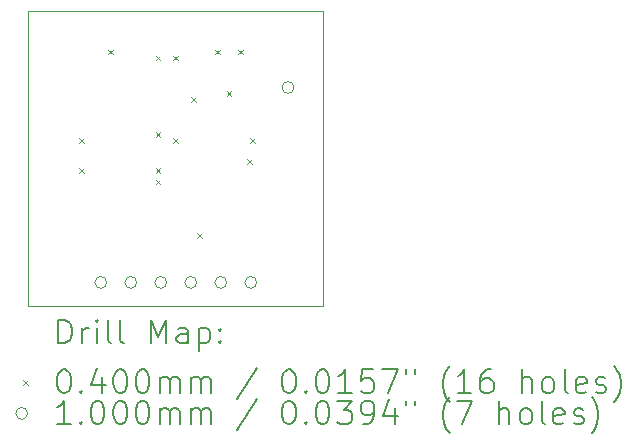
<source format=gbr>
%TF.GenerationSoftware,KiCad,Pcbnew,7.0.5*%
%TF.CreationDate,2023-07-07T17:48:50-05:00*%
%TF.ProjectId,ADS1219,41445331-3231-4392-9e6b-696361645f70,4*%
%TF.SameCoordinates,Original*%
%TF.FileFunction,Drillmap*%
%TF.FilePolarity,Positive*%
%FSLAX45Y45*%
G04 Gerber Fmt 4.5, Leading zero omitted, Abs format (unit mm)*
G04 Created by KiCad (PCBNEW 7.0.5) date 2023-07-07 17:48:50*
%MOMM*%
%LPD*%
G01*
G04 APERTURE LIST*
%ADD10C,0.100000*%
%ADD11C,0.200000*%
%ADD12C,0.040000*%
G04 APERTURE END LIST*
D10*
X15800000Y-7400000D02*
X18300000Y-7400000D01*
X18300000Y-9900000D01*
X15800000Y-9900000D01*
X15800000Y-7400000D01*
D11*
D12*
X16230000Y-8480000D02*
X16270000Y-8520000D01*
X16270000Y-8480000D02*
X16230000Y-8520000D01*
X16230000Y-8730000D02*
X16270000Y-8770000D01*
X16270000Y-8730000D02*
X16230000Y-8770000D01*
X16480000Y-7730000D02*
X16520000Y-7770000D01*
X16520000Y-7730000D02*
X16480000Y-7770000D01*
X16880000Y-7780000D02*
X16920000Y-7820000D01*
X16920000Y-7780000D02*
X16880000Y-7820000D01*
X16880000Y-8430000D02*
X16920000Y-8470000D01*
X16920000Y-8430000D02*
X16880000Y-8470000D01*
X16880000Y-8730000D02*
X16920000Y-8770000D01*
X16920000Y-8730000D02*
X16880000Y-8770000D01*
X16880000Y-8830000D02*
X16920000Y-8870000D01*
X16920000Y-8830000D02*
X16880000Y-8870000D01*
X17030000Y-7780000D02*
X17070000Y-7820000D01*
X17070000Y-7780000D02*
X17030000Y-7820000D01*
X17030000Y-8480000D02*
X17070000Y-8520000D01*
X17070000Y-8480000D02*
X17030000Y-8520000D01*
X17180000Y-8130000D02*
X17220000Y-8170000D01*
X17220000Y-8130000D02*
X17180000Y-8170000D01*
X17230000Y-9280000D02*
X17270000Y-9320000D01*
X17270000Y-9280000D02*
X17230000Y-9320000D01*
X17380000Y-7730000D02*
X17420000Y-7770000D01*
X17420000Y-7730000D02*
X17380000Y-7770000D01*
X17480000Y-8080000D02*
X17520000Y-8120000D01*
X17520000Y-8080000D02*
X17480000Y-8120000D01*
X17580000Y-7730000D02*
X17620000Y-7770000D01*
X17620000Y-7730000D02*
X17580000Y-7770000D01*
X17651800Y-8658200D02*
X17691800Y-8698200D01*
X17691800Y-8658200D02*
X17651800Y-8698200D01*
X17680000Y-8480000D02*
X17720000Y-8520000D01*
X17720000Y-8480000D02*
X17680000Y-8520000D01*
D10*
X16465000Y-9700000D02*
G75*
G03*
X16465000Y-9700000I-50000J0D01*
G01*
X16719000Y-9700000D02*
G75*
G03*
X16719000Y-9700000I-50000J0D01*
G01*
X16973000Y-9700000D02*
G75*
G03*
X16973000Y-9700000I-50000J0D01*
G01*
X17227000Y-9700000D02*
G75*
G03*
X17227000Y-9700000I-50000J0D01*
G01*
X17481000Y-9700000D02*
G75*
G03*
X17481000Y-9700000I-50000J0D01*
G01*
X17735000Y-9700000D02*
G75*
G03*
X17735000Y-9700000I-50000J0D01*
G01*
X18050000Y-8050000D02*
G75*
G03*
X18050000Y-8050000I-50000J0D01*
G01*
D11*
X16055777Y-10216484D02*
X16055777Y-10016484D01*
X16055777Y-10016484D02*
X16103396Y-10016484D01*
X16103396Y-10016484D02*
X16131967Y-10026008D01*
X16131967Y-10026008D02*
X16151015Y-10045055D01*
X16151015Y-10045055D02*
X16160539Y-10064103D01*
X16160539Y-10064103D02*
X16170062Y-10102198D01*
X16170062Y-10102198D02*
X16170062Y-10130770D01*
X16170062Y-10130770D02*
X16160539Y-10168865D01*
X16160539Y-10168865D02*
X16151015Y-10187912D01*
X16151015Y-10187912D02*
X16131967Y-10206960D01*
X16131967Y-10206960D02*
X16103396Y-10216484D01*
X16103396Y-10216484D02*
X16055777Y-10216484D01*
X16255777Y-10216484D02*
X16255777Y-10083150D01*
X16255777Y-10121246D02*
X16265301Y-10102198D01*
X16265301Y-10102198D02*
X16274824Y-10092674D01*
X16274824Y-10092674D02*
X16293872Y-10083150D01*
X16293872Y-10083150D02*
X16312920Y-10083150D01*
X16379586Y-10216484D02*
X16379586Y-10083150D01*
X16379586Y-10016484D02*
X16370062Y-10026008D01*
X16370062Y-10026008D02*
X16379586Y-10035531D01*
X16379586Y-10035531D02*
X16389110Y-10026008D01*
X16389110Y-10026008D02*
X16379586Y-10016484D01*
X16379586Y-10016484D02*
X16379586Y-10035531D01*
X16503396Y-10216484D02*
X16484348Y-10206960D01*
X16484348Y-10206960D02*
X16474824Y-10187912D01*
X16474824Y-10187912D02*
X16474824Y-10016484D01*
X16608158Y-10216484D02*
X16589110Y-10206960D01*
X16589110Y-10206960D02*
X16579586Y-10187912D01*
X16579586Y-10187912D02*
X16579586Y-10016484D01*
X16836729Y-10216484D02*
X16836729Y-10016484D01*
X16836729Y-10016484D02*
X16903396Y-10159341D01*
X16903396Y-10159341D02*
X16970063Y-10016484D01*
X16970063Y-10016484D02*
X16970063Y-10216484D01*
X17151015Y-10216484D02*
X17151015Y-10111722D01*
X17151015Y-10111722D02*
X17141491Y-10092674D01*
X17141491Y-10092674D02*
X17122444Y-10083150D01*
X17122444Y-10083150D02*
X17084348Y-10083150D01*
X17084348Y-10083150D02*
X17065301Y-10092674D01*
X17151015Y-10206960D02*
X17131967Y-10216484D01*
X17131967Y-10216484D02*
X17084348Y-10216484D01*
X17084348Y-10216484D02*
X17065301Y-10206960D01*
X17065301Y-10206960D02*
X17055777Y-10187912D01*
X17055777Y-10187912D02*
X17055777Y-10168865D01*
X17055777Y-10168865D02*
X17065301Y-10149817D01*
X17065301Y-10149817D02*
X17084348Y-10140293D01*
X17084348Y-10140293D02*
X17131967Y-10140293D01*
X17131967Y-10140293D02*
X17151015Y-10130770D01*
X17246253Y-10083150D02*
X17246253Y-10283150D01*
X17246253Y-10092674D02*
X17265301Y-10083150D01*
X17265301Y-10083150D02*
X17303396Y-10083150D01*
X17303396Y-10083150D02*
X17322444Y-10092674D01*
X17322444Y-10092674D02*
X17331967Y-10102198D01*
X17331967Y-10102198D02*
X17341491Y-10121246D01*
X17341491Y-10121246D02*
X17341491Y-10178389D01*
X17341491Y-10178389D02*
X17331967Y-10197436D01*
X17331967Y-10197436D02*
X17322444Y-10206960D01*
X17322444Y-10206960D02*
X17303396Y-10216484D01*
X17303396Y-10216484D02*
X17265301Y-10216484D01*
X17265301Y-10216484D02*
X17246253Y-10206960D01*
X17427205Y-10197436D02*
X17436729Y-10206960D01*
X17436729Y-10206960D02*
X17427205Y-10216484D01*
X17427205Y-10216484D02*
X17417682Y-10206960D01*
X17417682Y-10206960D02*
X17427205Y-10197436D01*
X17427205Y-10197436D02*
X17427205Y-10216484D01*
X17427205Y-10092674D02*
X17436729Y-10102198D01*
X17436729Y-10102198D02*
X17427205Y-10111722D01*
X17427205Y-10111722D02*
X17417682Y-10102198D01*
X17417682Y-10102198D02*
X17427205Y-10092674D01*
X17427205Y-10092674D02*
X17427205Y-10111722D01*
D12*
X15755000Y-10525000D02*
X15795000Y-10565000D01*
X15795000Y-10525000D02*
X15755000Y-10565000D01*
D11*
X16093872Y-10436484D02*
X16112920Y-10436484D01*
X16112920Y-10436484D02*
X16131967Y-10446008D01*
X16131967Y-10446008D02*
X16141491Y-10455531D01*
X16141491Y-10455531D02*
X16151015Y-10474579D01*
X16151015Y-10474579D02*
X16160539Y-10512674D01*
X16160539Y-10512674D02*
X16160539Y-10560293D01*
X16160539Y-10560293D02*
X16151015Y-10598389D01*
X16151015Y-10598389D02*
X16141491Y-10617436D01*
X16141491Y-10617436D02*
X16131967Y-10626960D01*
X16131967Y-10626960D02*
X16112920Y-10636484D01*
X16112920Y-10636484D02*
X16093872Y-10636484D01*
X16093872Y-10636484D02*
X16074824Y-10626960D01*
X16074824Y-10626960D02*
X16065301Y-10617436D01*
X16065301Y-10617436D02*
X16055777Y-10598389D01*
X16055777Y-10598389D02*
X16046253Y-10560293D01*
X16046253Y-10560293D02*
X16046253Y-10512674D01*
X16046253Y-10512674D02*
X16055777Y-10474579D01*
X16055777Y-10474579D02*
X16065301Y-10455531D01*
X16065301Y-10455531D02*
X16074824Y-10446008D01*
X16074824Y-10446008D02*
X16093872Y-10436484D01*
X16246253Y-10617436D02*
X16255777Y-10626960D01*
X16255777Y-10626960D02*
X16246253Y-10636484D01*
X16246253Y-10636484D02*
X16236729Y-10626960D01*
X16236729Y-10626960D02*
X16246253Y-10617436D01*
X16246253Y-10617436D02*
X16246253Y-10636484D01*
X16427205Y-10503150D02*
X16427205Y-10636484D01*
X16379586Y-10426960D02*
X16331967Y-10569817D01*
X16331967Y-10569817D02*
X16455777Y-10569817D01*
X16570062Y-10436484D02*
X16589110Y-10436484D01*
X16589110Y-10436484D02*
X16608158Y-10446008D01*
X16608158Y-10446008D02*
X16617682Y-10455531D01*
X16617682Y-10455531D02*
X16627205Y-10474579D01*
X16627205Y-10474579D02*
X16636729Y-10512674D01*
X16636729Y-10512674D02*
X16636729Y-10560293D01*
X16636729Y-10560293D02*
X16627205Y-10598389D01*
X16627205Y-10598389D02*
X16617682Y-10617436D01*
X16617682Y-10617436D02*
X16608158Y-10626960D01*
X16608158Y-10626960D02*
X16589110Y-10636484D01*
X16589110Y-10636484D02*
X16570062Y-10636484D01*
X16570062Y-10636484D02*
X16551015Y-10626960D01*
X16551015Y-10626960D02*
X16541491Y-10617436D01*
X16541491Y-10617436D02*
X16531967Y-10598389D01*
X16531967Y-10598389D02*
X16522443Y-10560293D01*
X16522443Y-10560293D02*
X16522443Y-10512674D01*
X16522443Y-10512674D02*
X16531967Y-10474579D01*
X16531967Y-10474579D02*
X16541491Y-10455531D01*
X16541491Y-10455531D02*
X16551015Y-10446008D01*
X16551015Y-10446008D02*
X16570062Y-10436484D01*
X16760539Y-10436484D02*
X16779586Y-10436484D01*
X16779586Y-10436484D02*
X16798634Y-10446008D01*
X16798634Y-10446008D02*
X16808158Y-10455531D01*
X16808158Y-10455531D02*
X16817682Y-10474579D01*
X16817682Y-10474579D02*
X16827205Y-10512674D01*
X16827205Y-10512674D02*
X16827205Y-10560293D01*
X16827205Y-10560293D02*
X16817682Y-10598389D01*
X16817682Y-10598389D02*
X16808158Y-10617436D01*
X16808158Y-10617436D02*
X16798634Y-10626960D01*
X16798634Y-10626960D02*
X16779586Y-10636484D01*
X16779586Y-10636484D02*
X16760539Y-10636484D01*
X16760539Y-10636484D02*
X16741491Y-10626960D01*
X16741491Y-10626960D02*
X16731967Y-10617436D01*
X16731967Y-10617436D02*
X16722443Y-10598389D01*
X16722443Y-10598389D02*
X16712920Y-10560293D01*
X16712920Y-10560293D02*
X16712920Y-10512674D01*
X16712920Y-10512674D02*
X16722443Y-10474579D01*
X16722443Y-10474579D02*
X16731967Y-10455531D01*
X16731967Y-10455531D02*
X16741491Y-10446008D01*
X16741491Y-10446008D02*
X16760539Y-10436484D01*
X16912920Y-10636484D02*
X16912920Y-10503150D01*
X16912920Y-10522198D02*
X16922444Y-10512674D01*
X16922444Y-10512674D02*
X16941491Y-10503150D01*
X16941491Y-10503150D02*
X16970063Y-10503150D01*
X16970063Y-10503150D02*
X16989110Y-10512674D01*
X16989110Y-10512674D02*
X16998634Y-10531722D01*
X16998634Y-10531722D02*
X16998634Y-10636484D01*
X16998634Y-10531722D02*
X17008158Y-10512674D01*
X17008158Y-10512674D02*
X17027205Y-10503150D01*
X17027205Y-10503150D02*
X17055777Y-10503150D01*
X17055777Y-10503150D02*
X17074825Y-10512674D01*
X17074825Y-10512674D02*
X17084348Y-10531722D01*
X17084348Y-10531722D02*
X17084348Y-10636484D01*
X17179586Y-10636484D02*
X17179586Y-10503150D01*
X17179586Y-10522198D02*
X17189110Y-10512674D01*
X17189110Y-10512674D02*
X17208158Y-10503150D01*
X17208158Y-10503150D02*
X17236729Y-10503150D01*
X17236729Y-10503150D02*
X17255777Y-10512674D01*
X17255777Y-10512674D02*
X17265301Y-10531722D01*
X17265301Y-10531722D02*
X17265301Y-10636484D01*
X17265301Y-10531722D02*
X17274825Y-10512674D01*
X17274825Y-10512674D02*
X17293872Y-10503150D01*
X17293872Y-10503150D02*
X17322444Y-10503150D01*
X17322444Y-10503150D02*
X17341491Y-10512674D01*
X17341491Y-10512674D02*
X17351015Y-10531722D01*
X17351015Y-10531722D02*
X17351015Y-10636484D01*
X17741491Y-10426960D02*
X17570063Y-10684103D01*
X17998634Y-10436484D02*
X18017682Y-10436484D01*
X18017682Y-10436484D02*
X18036729Y-10446008D01*
X18036729Y-10446008D02*
X18046253Y-10455531D01*
X18046253Y-10455531D02*
X18055777Y-10474579D01*
X18055777Y-10474579D02*
X18065301Y-10512674D01*
X18065301Y-10512674D02*
X18065301Y-10560293D01*
X18065301Y-10560293D02*
X18055777Y-10598389D01*
X18055777Y-10598389D02*
X18046253Y-10617436D01*
X18046253Y-10617436D02*
X18036729Y-10626960D01*
X18036729Y-10626960D02*
X18017682Y-10636484D01*
X18017682Y-10636484D02*
X17998634Y-10636484D01*
X17998634Y-10636484D02*
X17979587Y-10626960D01*
X17979587Y-10626960D02*
X17970063Y-10617436D01*
X17970063Y-10617436D02*
X17960539Y-10598389D01*
X17960539Y-10598389D02*
X17951015Y-10560293D01*
X17951015Y-10560293D02*
X17951015Y-10512674D01*
X17951015Y-10512674D02*
X17960539Y-10474579D01*
X17960539Y-10474579D02*
X17970063Y-10455531D01*
X17970063Y-10455531D02*
X17979587Y-10446008D01*
X17979587Y-10446008D02*
X17998634Y-10436484D01*
X18151015Y-10617436D02*
X18160539Y-10626960D01*
X18160539Y-10626960D02*
X18151015Y-10636484D01*
X18151015Y-10636484D02*
X18141491Y-10626960D01*
X18141491Y-10626960D02*
X18151015Y-10617436D01*
X18151015Y-10617436D02*
X18151015Y-10636484D01*
X18284348Y-10436484D02*
X18303396Y-10436484D01*
X18303396Y-10436484D02*
X18322444Y-10446008D01*
X18322444Y-10446008D02*
X18331968Y-10455531D01*
X18331968Y-10455531D02*
X18341491Y-10474579D01*
X18341491Y-10474579D02*
X18351015Y-10512674D01*
X18351015Y-10512674D02*
X18351015Y-10560293D01*
X18351015Y-10560293D02*
X18341491Y-10598389D01*
X18341491Y-10598389D02*
X18331968Y-10617436D01*
X18331968Y-10617436D02*
X18322444Y-10626960D01*
X18322444Y-10626960D02*
X18303396Y-10636484D01*
X18303396Y-10636484D02*
X18284348Y-10636484D01*
X18284348Y-10636484D02*
X18265301Y-10626960D01*
X18265301Y-10626960D02*
X18255777Y-10617436D01*
X18255777Y-10617436D02*
X18246253Y-10598389D01*
X18246253Y-10598389D02*
X18236729Y-10560293D01*
X18236729Y-10560293D02*
X18236729Y-10512674D01*
X18236729Y-10512674D02*
X18246253Y-10474579D01*
X18246253Y-10474579D02*
X18255777Y-10455531D01*
X18255777Y-10455531D02*
X18265301Y-10446008D01*
X18265301Y-10446008D02*
X18284348Y-10436484D01*
X18541491Y-10636484D02*
X18427206Y-10636484D01*
X18484348Y-10636484D02*
X18484348Y-10436484D01*
X18484348Y-10436484D02*
X18465301Y-10465055D01*
X18465301Y-10465055D02*
X18446253Y-10484103D01*
X18446253Y-10484103D02*
X18427206Y-10493627D01*
X18722444Y-10436484D02*
X18627206Y-10436484D01*
X18627206Y-10436484D02*
X18617682Y-10531722D01*
X18617682Y-10531722D02*
X18627206Y-10522198D01*
X18627206Y-10522198D02*
X18646253Y-10512674D01*
X18646253Y-10512674D02*
X18693872Y-10512674D01*
X18693872Y-10512674D02*
X18712920Y-10522198D01*
X18712920Y-10522198D02*
X18722444Y-10531722D01*
X18722444Y-10531722D02*
X18731968Y-10550770D01*
X18731968Y-10550770D02*
X18731968Y-10598389D01*
X18731968Y-10598389D02*
X18722444Y-10617436D01*
X18722444Y-10617436D02*
X18712920Y-10626960D01*
X18712920Y-10626960D02*
X18693872Y-10636484D01*
X18693872Y-10636484D02*
X18646253Y-10636484D01*
X18646253Y-10636484D02*
X18627206Y-10626960D01*
X18627206Y-10626960D02*
X18617682Y-10617436D01*
X18798634Y-10436484D02*
X18931968Y-10436484D01*
X18931968Y-10436484D02*
X18846253Y-10636484D01*
X18998634Y-10436484D02*
X18998634Y-10474579D01*
X19074825Y-10436484D02*
X19074825Y-10474579D01*
X19370063Y-10712674D02*
X19360539Y-10703150D01*
X19360539Y-10703150D02*
X19341491Y-10674579D01*
X19341491Y-10674579D02*
X19331968Y-10655531D01*
X19331968Y-10655531D02*
X19322444Y-10626960D01*
X19322444Y-10626960D02*
X19312920Y-10579341D01*
X19312920Y-10579341D02*
X19312920Y-10541246D01*
X19312920Y-10541246D02*
X19322444Y-10493627D01*
X19322444Y-10493627D02*
X19331968Y-10465055D01*
X19331968Y-10465055D02*
X19341491Y-10446008D01*
X19341491Y-10446008D02*
X19360539Y-10417436D01*
X19360539Y-10417436D02*
X19370063Y-10407912D01*
X19551015Y-10636484D02*
X19436730Y-10636484D01*
X19493872Y-10636484D02*
X19493872Y-10436484D01*
X19493872Y-10436484D02*
X19474825Y-10465055D01*
X19474825Y-10465055D02*
X19455777Y-10484103D01*
X19455777Y-10484103D02*
X19436730Y-10493627D01*
X19722444Y-10436484D02*
X19684349Y-10436484D01*
X19684349Y-10436484D02*
X19665301Y-10446008D01*
X19665301Y-10446008D02*
X19655777Y-10455531D01*
X19655777Y-10455531D02*
X19636730Y-10484103D01*
X19636730Y-10484103D02*
X19627206Y-10522198D01*
X19627206Y-10522198D02*
X19627206Y-10598389D01*
X19627206Y-10598389D02*
X19636730Y-10617436D01*
X19636730Y-10617436D02*
X19646253Y-10626960D01*
X19646253Y-10626960D02*
X19665301Y-10636484D01*
X19665301Y-10636484D02*
X19703396Y-10636484D01*
X19703396Y-10636484D02*
X19722444Y-10626960D01*
X19722444Y-10626960D02*
X19731968Y-10617436D01*
X19731968Y-10617436D02*
X19741491Y-10598389D01*
X19741491Y-10598389D02*
X19741491Y-10550770D01*
X19741491Y-10550770D02*
X19731968Y-10531722D01*
X19731968Y-10531722D02*
X19722444Y-10522198D01*
X19722444Y-10522198D02*
X19703396Y-10512674D01*
X19703396Y-10512674D02*
X19665301Y-10512674D01*
X19665301Y-10512674D02*
X19646253Y-10522198D01*
X19646253Y-10522198D02*
X19636730Y-10531722D01*
X19636730Y-10531722D02*
X19627206Y-10550770D01*
X19979587Y-10636484D02*
X19979587Y-10436484D01*
X20065301Y-10636484D02*
X20065301Y-10531722D01*
X20065301Y-10531722D02*
X20055777Y-10512674D01*
X20055777Y-10512674D02*
X20036730Y-10503150D01*
X20036730Y-10503150D02*
X20008158Y-10503150D01*
X20008158Y-10503150D02*
X19989111Y-10512674D01*
X19989111Y-10512674D02*
X19979587Y-10522198D01*
X20189111Y-10636484D02*
X20170063Y-10626960D01*
X20170063Y-10626960D02*
X20160539Y-10617436D01*
X20160539Y-10617436D02*
X20151015Y-10598389D01*
X20151015Y-10598389D02*
X20151015Y-10541246D01*
X20151015Y-10541246D02*
X20160539Y-10522198D01*
X20160539Y-10522198D02*
X20170063Y-10512674D01*
X20170063Y-10512674D02*
X20189111Y-10503150D01*
X20189111Y-10503150D02*
X20217682Y-10503150D01*
X20217682Y-10503150D02*
X20236730Y-10512674D01*
X20236730Y-10512674D02*
X20246253Y-10522198D01*
X20246253Y-10522198D02*
X20255777Y-10541246D01*
X20255777Y-10541246D02*
X20255777Y-10598389D01*
X20255777Y-10598389D02*
X20246253Y-10617436D01*
X20246253Y-10617436D02*
X20236730Y-10626960D01*
X20236730Y-10626960D02*
X20217682Y-10636484D01*
X20217682Y-10636484D02*
X20189111Y-10636484D01*
X20370063Y-10636484D02*
X20351015Y-10626960D01*
X20351015Y-10626960D02*
X20341492Y-10607912D01*
X20341492Y-10607912D02*
X20341492Y-10436484D01*
X20522444Y-10626960D02*
X20503396Y-10636484D01*
X20503396Y-10636484D02*
X20465301Y-10636484D01*
X20465301Y-10636484D02*
X20446253Y-10626960D01*
X20446253Y-10626960D02*
X20436730Y-10607912D01*
X20436730Y-10607912D02*
X20436730Y-10531722D01*
X20436730Y-10531722D02*
X20446253Y-10512674D01*
X20446253Y-10512674D02*
X20465301Y-10503150D01*
X20465301Y-10503150D02*
X20503396Y-10503150D01*
X20503396Y-10503150D02*
X20522444Y-10512674D01*
X20522444Y-10512674D02*
X20531968Y-10531722D01*
X20531968Y-10531722D02*
X20531968Y-10550770D01*
X20531968Y-10550770D02*
X20436730Y-10569817D01*
X20608158Y-10626960D02*
X20627206Y-10636484D01*
X20627206Y-10636484D02*
X20665301Y-10636484D01*
X20665301Y-10636484D02*
X20684349Y-10626960D01*
X20684349Y-10626960D02*
X20693873Y-10607912D01*
X20693873Y-10607912D02*
X20693873Y-10598389D01*
X20693873Y-10598389D02*
X20684349Y-10579341D01*
X20684349Y-10579341D02*
X20665301Y-10569817D01*
X20665301Y-10569817D02*
X20636730Y-10569817D01*
X20636730Y-10569817D02*
X20617682Y-10560293D01*
X20617682Y-10560293D02*
X20608158Y-10541246D01*
X20608158Y-10541246D02*
X20608158Y-10531722D01*
X20608158Y-10531722D02*
X20617682Y-10512674D01*
X20617682Y-10512674D02*
X20636730Y-10503150D01*
X20636730Y-10503150D02*
X20665301Y-10503150D01*
X20665301Y-10503150D02*
X20684349Y-10512674D01*
X20760539Y-10712674D02*
X20770063Y-10703150D01*
X20770063Y-10703150D02*
X20789111Y-10674579D01*
X20789111Y-10674579D02*
X20798634Y-10655531D01*
X20798634Y-10655531D02*
X20808158Y-10626960D01*
X20808158Y-10626960D02*
X20817682Y-10579341D01*
X20817682Y-10579341D02*
X20817682Y-10541246D01*
X20817682Y-10541246D02*
X20808158Y-10493627D01*
X20808158Y-10493627D02*
X20798634Y-10465055D01*
X20798634Y-10465055D02*
X20789111Y-10446008D01*
X20789111Y-10446008D02*
X20770063Y-10417436D01*
X20770063Y-10417436D02*
X20760539Y-10407912D01*
D10*
X15795000Y-10809000D02*
G75*
G03*
X15795000Y-10809000I-50000J0D01*
G01*
D11*
X16160539Y-10900484D02*
X16046253Y-10900484D01*
X16103396Y-10900484D02*
X16103396Y-10700484D01*
X16103396Y-10700484D02*
X16084348Y-10729055D01*
X16084348Y-10729055D02*
X16065301Y-10748103D01*
X16065301Y-10748103D02*
X16046253Y-10757627D01*
X16246253Y-10881436D02*
X16255777Y-10890960D01*
X16255777Y-10890960D02*
X16246253Y-10900484D01*
X16246253Y-10900484D02*
X16236729Y-10890960D01*
X16236729Y-10890960D02*
X16246253Y-10881436D01*
X16246253Y-10881436D02*
X16246253Y-10900484D01*
X16379586Y-10700484D02*
X16398634Y-10700484D01*
X16398634Y-10700484D02*
X16417682Y-10710008D01*
X16417682Y-10710008D02*
X16427205Y-10719531D01*
X16427205Y-10719531D02*
X16436729Y-10738579D01*
X16436729Y-10738579D02*
X16446253Y-10776674D01*
X16446253Y-10776674D02*
X16446253Y-10824293D01*
X16446253Y-10824293D02*
X16436729Y-10862389D01*
X16436729Y-10862389D02*
X16427205Y-10881436D01*
X16427205Y-10881436D02*
X16417682Y-10890960D01*
X16417682Y-10890960D02*
X16398634Y-10900484D01*
X16398634Y-10900484D02*
X16379586Y-10900484D01*
X16379586Y-10900484D02*
X16360539Y-10890960D01*
X16360539Y-10890960D02*
X16351015Y-10881436D01*
X16351015Y-10881436D02*
X16341491Y-10862389D01*
X16341491Y-10862389D02*
X16331967Y-10824293D01*
X16331967Y-10824293D02*
X16331967Y-10776674D01*
X16331967Y-10776674D02*
X16341491Y-10738579D01*
X16341491Y-10738579D02*
X16351015Y-10719531D01*
X16351015Y-10719531D02*
X16360539Y-10710008D01*
X16360539Y-10710008D02*
X16379586Y-10700484D01*
X16570062Y-10700484D02*
X16589110Y-10700484D01*
X16589110Y-10700484D02*
X16608158Y-10710008D01*
X16608158Y-10710008D02*
X16617682Y-10719531D01*
X16617682Y-10719531D02*
X16627205Y-10738579D01*
X16627205Y-10738579D02*
X16636729Y-10776674D01*
X16636729Y-10776674D02*
X16636729Y-10824293D01*
X16636729Y-10824293D02*
X16627205Y-10862389D01*
X16627205Y-10862389D02*
X16617682Y-10881436D01*
X16617682Y-10881436D02*
X16608158Y-10890960D01*
X16608158Y-10890960D02*
X16589110Y-10900484D01*
X16589110Y-10900484D02*
X16570062Y-10900484D01*
X16570062Y-10900484D02*
X16551015Y-10890960D01*
X16551015Y-10890960D02*
X16541491Y-10881436D01*
X16541491Y-10881436D02*
X16531967Y-10862389D01*
X16531967Y-10862389D02*
X16522443Y-10824293D01*
X16522443Y-10824293D02*
X16522443Y-10776674D01*
X16522443Y-10776674D02*
X16531967Y-10738579D01*
X16531967Y-10738579D02*
X16541491Y-10719531D01*
X16541491Y-10719531D02*
X16551015Y-10710008D01*
X16551015Y-10710008D02*
X16570062Y-10700484D01*
X16760539Y-10700484D02*
X16779586Y-10700484D01*
X16779586Y-10700484D02*
X16798634Y-10710008D01*
X16798634Y-10710008D02*
X16808158Y-10719531D01*
X16808158Y-10719531D02*
X16817682Y-10738579D01*
X16817682Y-10738579D02*
X16827205Y-10776674D01*
X16827205Y-10776674D02*
X16827205Y-10824293D01*
X16827205Y-10824293D02*
X16817682Y-10862389D01*
X16817682Y-10862389D02*
X16808158Y-10881436D01*
X16808158Y-10881436D02*
X16798634Y-10890960D01*
X16798634Y-10890960D02*
X16779586Y-10900484D01*
X16779586Y-10900484D02*
X16760539Y-10900484D01*
X16760539Y-10900484D02*
X16741491Y-10890960D01*
X16741491Y-10890960D02*
X16731967Y-10881436D01*
X16731967Y-10881436D02*
X16722443Y-10862389D01*
X16722443Y-10862389D02*
X16712920Y-10824293D01*
X16712920Y-10824293D02*
X16712920Y-10776674D01*
X16712920Y-10776674D02*
X16722443Y-10738579D01*
X16722443Y-10738579D02*
X16731967Y-10719531D01*
X16731967Y-10719531D02*
X16741491Y-10710008D01*
X16741491Y-10710008D02*
X16760539Y-10700484D01*
X16912920Y-10900484D02*
X16912920Y-10767150D01*
X16912920Y-10786198D02*
X16922444Y-10776674D01*
X16922444Y-10776674D02*
X16941491Y-10767150D01*
X16941491Y-10767150D02*
X16970063Y-10767150D01*
X16970063Y-10767150D02*
X16989110Y-10776674D01*
X16989110Y-10776674D02*
X16998634Y-10795722D01*
X16998634Y-10795722D02*
X16998634Y-10900484D01*
X16998634Y-10795722D02*
X17008158Y-10776674D01*
X17008158Y-10776674D02*
X17027205Y-10767150D01*
X17027205Y-10767150D02*
X17055777Y-10767150D01*
X17055777Y-10767150D02*
X17074825Y-10776674D01*
X17074825Y-10776674D02*
X17084348Y-10795722D01*
X17084348Y-10795722D02*
X17084348Y-10900484D01*
X17179586Y-10900484D02*
X17179586Y-10767150D01*
X17179586Y-10786198D02*
X17189110Y-10776674D01*
X17189110Y-10776674D02*
X17208158Y-10767150D01*
X17208158Y-10767150D02*
X17236729Y-10767150D01*
X17236729Y-10767150D02*
X17255777Y-10776674D01*
X17255777Y-10776674D02*
X17265301Y-10795722D01*
X17265301Y-10795722D02*
X17265301Y-10900484D01*
X17265301Y-10795722D02*
X17274825Y-10776674D01*
X17274825Y-10776674D02*
X17293872Y-10767150D01*
X17293872Y-10767150D02*
X17322444Y-10767150D01*
X17322444Y-10767150D02*
X17341491Y-10776674D01*
X17341491Y-10776674D02*
X17351015Y-10795722D01*
X17351015Y-10795722D02*
X17351015Y-10900484D01*
X17741491Y-10690960D02*
X17570063Y-10948103D01*
X17998634Y-10700484D02*
X18017682Y-10700484D01*
X18017682Y-10700484D02*
X18036729Y-10710008D01*
X18036729Y-10710008D02*
X18046253Y-10719531D01*
X18046253Y-10719531D02*
X18055777Y-10738579D01*
X18055777Y-10738579D02*
X18065301Y-10776674D01*
X18065301Y-10776674D02*
X18065301Y-10824293D01*
X18065301Y-10824293D02*
X18055777Y-10862389D01*
X18055777Y-10862389D02*
X18046253Y-10881436D01*
X18046253Y-10881436D02*
X18036729Y-10890960D01*
X18036729Y-10890960D02*
X18017682Y-10900484D01*
X18017682Y-10900484D02*
X17998634Y-10900484D01*
X17998634Y-10900484D02*
X17979587Y-10890960D01*
X17979587Y-10890960D02*
X17970063Y-10881436D01*
X17970063Y-10881436D02*
X17960539Y-10862389D01*
X17960539Y-10862389D02*
X17951015Y-10824293D01*
X17951015Y-10824293D02*
X17951015Y-10776674D01*
X17951015Y-10776674D02*
X17960539Y-10738579D01*
X17960539Y-10738579D02*
X17970063Y-10719531D01*
X17970063Y-10719531D02*
X17979587Y-10710008D01*
X17979587Y-10710008D02*
X17998634Y-10700484D01*
X18151015Y-10881436D02*
X18160539Y-10890960D01*
X18160539Y-10890960D02*
X18151015Y-10900484D01*
X18151015Y-10900484D02*
X18141491Y-10890960D01*
X18141491Y-10890960D02*
X18151015Y-10881436D01*
X18151015Y-10881436D02*
X18151015Y-10900484D01*
X18284348Y-10700484D02*
X18303396Y-10700484D01*
X18303396Y-10700484D02*
X18322444Y-10710008D01*
X18322444Y-10710008D02*
X18331968Y-10719531D01*
X18331968Y-10719531D02*
X18341491Y-10738579D01*
X18341491Y-10738579D02*
X18351015Y-10776674D01*
X18351015Y-10776674D02*
X18351015Y-10824293D01*
X18351015Y-10824293D02*
X18341491Y-10862389D01*
X18341491Y-10862389D02*
X18331968Y-10881436D01*
X18331968Y-10881436D02*
X18322444Y-10890960D01*
X18322444Y-10890960D02*
X18303396Y-10900484D01*
X18303396Y-10900484D02*
X18284348Y-10900484D01*
X18284348Y-10900484D02*
X18265301Y-10890960D01*
X18265301Y-10890960D02*
X18255777Y-10881436D01*
X18255777Y-10881436D02*
X18246253Y-10862389D01*
X18246253Y-10862389D02*
X18236729Y-10824293D01*
X18236729Y-10824293D02*
X18236729Y-10776674D01*
X18236729Y-10776674D02*
X18246253Y-10738579D01*
X18246253Y-10738579D02*
X18255777Y-10719531D01*
X18255777Y-10719531D02*
X18265301Y-10710008D01*
X18265301Y-10710008D02*
X18284348Y-10700484D01*
X18417682Y-10700484D02*
X18541491Y-10700484D01*
X18541491Y-10700484D02*
X18474825Y-10776674D01*
X18474825Y-10776674D02*
X18503396Y-10776674D01*
X18503396Y-10776674D02*
X18522444Y-10786198D01*
X18522444Y-10786198D02*
X18531968Y-10795722D01*
X18531968Y-10795722D02*
X18541491Y-10814770D01*
X18541491Y-10814770D02*
X18541491Y-10862389D01*
X18541491Y-10862389D02*
X18531968Y-10881436D01*
X18531968Y-10881436D02*
X18522444Y-10890960D01*
X18522444Y-10890960D02*
X18503396Y-10900484D01*
X18503396Y-10900484D02*
X18446253Y-10900484D01*
X18446253Y-10900484D02*
X18427206Y-10890960D01*
X18427206Y-10890960D02*
X18417682Y-10881436D01*
X18636729Y-10900484D02*
X18674825Y-10900484D01*
X18674825Y-10900484D02*
X18693872Y-10890960D01*
X18693872Y-10890960D02*
X18703396Y-10881436D01*
X18703396Y-10881436D02*
X18722444Y-10852865D01*
X18722444Y-10852865D02*
X18731968Y-10814770D01*
X18731968Y-10814770D02*
X18731968Y-10738579D01*
X18731968Y-10738579D02*
X18722444Y-10719531D01*
X18722444Y-10719531D02*
X18712920Y-10710008D01*
X18712920Y-10710008D02*
X18693872Y-10700484D01*
X18693872Y-10700484D02*
X18655777Y-10700484D01*
X18655777Y-10700484D02*
X18636729Y-10710008D01*
X18636729Y-10710008D02*
X18627206Y-10719531D01*
X18627206Y-10719531D02*
X18617682Y-10738579D01*
X18617682Y-10738579D02*
X18617682Y-10786198D01*
X18617682Y-10786198D02*
X18627206Y-10805246D01*
X18627206Y-10805246D02*
X18636729Y-10814770D01*
X18636729Y-10814770D02*
X18655777Y-10824293D01*
X18655777Y-10824293D02*
X18693872Y-10824293D01*
X18693872Y-10824293D02*
X18712920Y-10814770D01*
X18712920Y-10814770D02*
X18722444Y-10805246D01*
X18722444Y-10805246D02*
X18731968Y-10786198D01*
X18903396Y-10767150D02*
X18903396Y-10900484D01*
X18855777Y-10690960D02*
X18808158Y-10833817D01*
X18808158Y-10833817D02*
X18931968Y-10833817D01*
X18998634Y-10700484D02*
X18998634Y-10738579D01*
X19074825Y-10700484D02*
X19074825Y-10738579D01*
X19370063Y-10976674D02*
X19360539Y-10967150D01*
X19360539Y-10967150D02*
X19341491Y-10938579D01*
X19341491Y-10938579D02*
X19331968Y-10919531D01*
X19331968Y-10919531D02*
X19322444Y-10890960D01*
X19322444Y-10890960D02*
X19312920Y-10843341D01*
X19312920Y-10843341D02*
X19312920Y-10805246D01*
X19312920Y-10805246D02*
X19322444Y-10757627D01*
X19322444Y-10757627D02*
X19331968Y-10729055D01*
X19331968Y-10729055D02*
X19341491Y-10710008D01*
X19341491Y-10710008D02*
X19360539Y-10681436D01*
X19360539Y-10681436D02*
X19370063Y-10671912D01*
X19427206Y-10700484D02*
X19560539Y-10700484D01*
X19560539Y-10700484D02*
X19474825Y-10900484D01*
X19789111Y-10900484D02*
X19789111Y-10700484D01*
X19874825Y-10900484D02*
X19874825Y-10795722D01*
X19874825Y-10795722D02*
X19865301Y-10776674D01*
X19865301Y-10776674D02*
X19846253Y-10767150D01*
X19846253Y-10767150D02*
X19817682Y-10767150D01*
X19817682Y-10767150D02*
X19798634Y-10776674D01*
X19798634Y-10776674D02*
X19789111Y-10786198D01*
X19998634Y-10900484D02*
X19979587Y-10890960D01*
X19979587Y-10890960D02*
X19970063Y-10881436D01*
X19970063Y-10881436D02*
X19960539Y-10862389D01*
X19960539Y-10862389D02*
X19960539Y-10805246D01*
X19960539Y-10805246D02*
X19970063Y-10786198D01*
X19970063Y-10786198D02*
X19979587Y-10776674D01*
X19979587Y-10776674D02*
X19998634Y-10767150D01*
X19998634Y-10767150D02*
X20027206Y-10767150D01*
X20027206Y-10767150D02*
X20046253Y-10776674D01*
X20046253Y-10776674D02*
X20055777Y-10786198D01*
X20055777Y-10786198D02*
X20065301Y-10805246D01*
X20065301Y-10805246D02*
X20065301Y-10862389D01*
X20065301Y-10862389D02*
X20055777Y-10881436D01*
X20055777Y-10881436D02*
X20046253Y-10890960D01*
X20046253Y-10890960D02*
X20027206Y-10900484D01*
X20027206Y-10900484D02*
X19998634Y-10900484D01*
X20179587Y-10900484D02*
X20160539Y-10890960D01*
X20160539Y-10890960D02*
X20151015Y-10871912D01*
X20151015Y-10871912D02*
X20151015Y-10700484D01*
X20331968Y-10890960D02*
X20312920Y-10900484D01*
X20312920Y-10900484D02*
X20274825Y-10900484D01*
X20274825Y-10900484D02*
X20255777Y-10890960D01*
X20255777Y-10890960D02*
X20246253Y-10871912D01*
X20246253Y-10871912D02*
X20246253Y-10795722D01*
X20246253Y-10795722D02*
X20255777Y-10776674D01*
X20255777Y-10776674D02*
X20274825Y-10767150D01*
X20274825Y-10767150D02*
X20312920Y-10767150D01*
X20312920Y-10767150D02*
X20331968Y-10776674D01*
X20331968Y-10776674D02*
X20341492Y-10795722D01*
X20341492Y-10795722D02*
X20341492Y-10814770D01*
X20341492Y-10814770D02*
X20246253Y-10833817D01*
X20417682Y-10890960D02*
X20436730Y-10900484D01*
X20436730Y-10900484D02*
X20474825Y-10900484D01*
X20474825Y-10900484D02*
X20493873Y-10890960D01*
X20493873Y-10890960D02*
X20503396Y-10871912D01*
X20503396Y-10871912D02*
X20503396Y-10862389D01*
X20503396Y-10862389D02*
X20493873Y-10843341D01*
X20493873Y-10843341D02*
X20474825Y-10833817D01*
X20474825Y-10833817D02*
X20446253Y-10833817D01*
X20446253Y-10833817D02*
X20427206Y-10824293D01*
X20427206Y-10824293D02*
X20417682Y-10805246D01*
X20417682Y-10805246D02*
X20417682Y-10795722D01*
X20417682Y-10795722D02*
X20427206Y-10776674D01*
X20427206Y-10776674D02*
X20446253Y-10767150D01*
X20446253Y-10767150D02*
X20474825Y-10767150D01*
X20474825Y-10767150D02*
X20493873Y-10776674D01*
X20570063Y-10976674D02*
X20579587Y-10967150D01*
X20579587Y-10967150D02*
X20598634Y-10938579D01*
X20598634Y-10938579D02*
X20608158Y-10919531D01*
X20608158Y-10919531D02*
X20617682Y-10890960D01*
X20617682Y-10890960D02*
X20627206Y-10843341D01*
X20627206Y-10843341D02*
X20627206Y-10805246D01*
X20627206Y-10805246D02*
X20617682Y-10757627D01*
X20617682Y-10757627D02*
X20608158Y-10729055D01*
X20608158Y-10729055D02*
X20598634Y-10710008D01*
X20598634Y-10710008D02*
X20579587Y-10681436D01*
X20579587Y-10681436D02*
X20570063Y-10671912D01*
M02*

</source>
